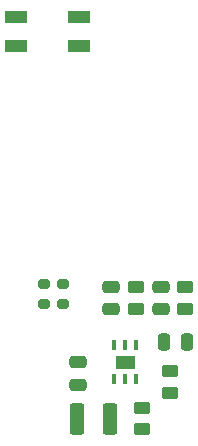
<source format=gbr>
%TF.GenerationSoftware,KiCad,Pcbnew,7.0.7*%
%TF.CreationDate,2023-11-04T15:45:33+01:00*%
%TF.ProjectId,LK-EU01_Smart_Socket_Base,4c4b2d45-5530-4315-9f53-6d6172745f53,rev?*%
%TF.SameCoordinates,Original*%
%TF.FileFunction,Paste,Bot*%
%TF.FilePolarity,Positive*%
%FSLAX46Y46*%
G04 Gerber Fmt 4.6, Leading zero omitted, Abs format (unit mm)*
G04 Created by KiCad (PCBNEW 7.0.7) date 2023-11-04 15:45:33*
%MOMM*%
%LPD*%
G01*
G04 APERTURE LIST*
G04 Aperture macros list*
%AMRoundRect*
0 Rectangle with rounded corners*
0 $1 Rounding radius*
0 $2 $3 $4 $5 $6 $7 $8 $9 X,Y pos of 4 corners*
0 Add a 4 corners polygon primitive as box body*
4,1,4,$2,$3,$4,$5,$6,$7,$8,$9,$2,$3,0*
0 Add four circle primitives for the rounded corners*
1,1,$1+$1,$2,$3*
1,1,$1+$1,$4,$5*
1,1,$1+$1,$6,$7*
1,1,$1+$1,$8,$9*
0 Add four rect primitives between the rounded corners*
20,1,$1+$1,$2,$3,$4,$5,0*
20,1,$1+$1,$4,$5,$6,$7,0*
20,1,$1+$1,$6,$7,$8,$9,0*
20,1,$1+$1,$8,$9,$2,$3,0*%
G04 Aperture macros list end*
%ADD10C,0.010000*%
%ADD11RoundRect,0.250000X0.475000X-0.250000X0.475000X0.250000X-0.475000X0.250000X-0.475000X-0.250000X0*%
%ADD12R,0.420000X0.840000*%
%ADD13R,1.875000X1.050000*%
%ADD14RoundRect,0.250000X-0.250000X-0.475000X0.250000X-0.475000X0.250000X0.475000X-0.250000X0.475000X0*%
%ADD15RoundRect,0.250000X0.450000X-0.262500X0.450000X0.262500X-0.450000X0.262500X-0.450000X-0.262500X0*%
%ADD16RoundRect,0.250000X-0.450000X0.262500X-0.450000X-0.262500X0.450000X-0.262500X0.450000X0.262500X0*%
%ADD17RoundRect,0.200000X-0.275000X0.200000X-0.275000X-0.200000X0.275000X-0.200000X0.275000X0.200000X0*%
%ADD18RoundRect,0.250000X-0.375000X-1.075000X0.375000X-1.075000X0.375000X1.075000X-0.375000X1.075000X0*%
G04 APERTURE END LIST*
%TO.C,AUR1*%
D10*
X153420569Y-121075966D02*
X151839431Y-121075966D01*
X151839431Y-120064034D01*
X153420569Y-120064034D01*
X153420569Y-121075966D01*
G36*
X153420569Y-121075966D02*
G01*
X151839431Y-121075966D01*
X151839431Y-120064034D01*
X153420569Y-120064034D01*
X153420569Y-121075966D01*
G37*
%TD*%
D11*
%TO.C,HLC3*%
X155670000Y-114180000D03*
X155670000Y-116080000D03*
%TD*%
D12*
%TO.C,AUR1*%
X153580000Y-119135000D03*
X152630000Y-119135000D03*
X151680000Y-119135000D03*
X151680000Y-122005000D03*
X152630000Y-122005000D03*
X153580000Y-122005000D03*
%TD*%
D13*
%TO.C,D2*%
X143378250Y-93830000D03*
X148703250Y-93830000D03*
X143378250Y-91330000D03*
X148703250Y-91330000D03*
%TD*%
D14*
%TO.C,AC2*%
X157840000Y-118840000D03*
X155940000Y-118840000D03*
%TD*%
D11*
%TO.C,AC1*%
X148660000Y-120570000D03*
X148660000Y-122470000D03*
%TD*%
D15*
%TO.C,AR1*%
X156410000Y-121307500D03*
X156410000Y-123132500D03*
%TD*%
D16*
%TO.C,AR3*%
X153540000Y-116022500D03*
X153540000Y-114197500D03*
%TD*%
D17*
%TO.C,ER1*%
X145750000Y-115625000D03*
X145750000Y-113975000D03*
%TD*%
%TO.C,ER2*%
X147360000Y-115615000D03*
X147360000Y-113965000D03*
%TD*%
D11*
%TO.C,HLC1*%
X151410000Y-114170000D03*
X151410000Y-116070000D03*
%TD*%
D15*
%TO.C,AR2*%
X154090000Y-124422500D03*
X154090000Y-126247500D03*
%TD*%
D16*
%TO.C,HLR1*%
X157700000Y-116022500D03*
X157700000Y-114197500D03*
%TD*%
D18*
%TO.C,AL1*%
X151350000Y-125335000D03*
X148550000Y-125335000D03*
%TD*%
M02*

</source>
